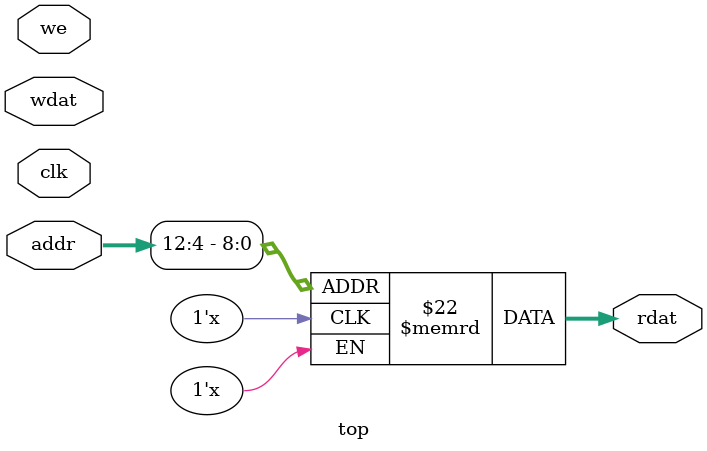
<source format=sv>

/* verilator lint_off PINMISSING */
module top 
#(
   parameter LUTRAM16X10 = 314
)
(
   input   logic clk,

   input logic [$clog2(LUTRAM16X10 * 16)-1 : 0] addr,
   input logic we,
   input logic [9:0] wdat,
   output logic [9:0] rdat
);
localparam ADDR_BITS = $clog2(LUTRAM16X10 * 16)-1;

logic [9:0] read_all [LUTRAM16X10];


logic [LUTRAM16X10-1:0] we_dec;

always_comb begin : _decode
   we_dec = '0;  // Initialize to 0
   if(LUTRAM16X10 > 1) begin
      we_dec [addr[ADDR_BITS:4]] = 1'b1 & we;
      rdat = read_all [addr[ADDR_BITS:4]];   
   end
   else begin // corner cases
      we_dec = we;
      rdat = read_all[0];
   end
   
end
genvar i;
generate
   for(i = 0; i < LUTRAM16X10; i++) begin
      lutram_16x10 u_lut(
         .clk(clk),
         .addr(addr[3:0]),
         .rdat(read_all[i]), //maybe ill need a better description of a read mux
         .wdat(wdat),
         .we(we_dec[i])
      );
   end 
endgenerate

endmodule: top

/*
------------------------------------------------------------------------------
Version History:
------------------------------------------------------------------------------
 2024/8/20 Tarik Ibrahimovic: Initial Creation
*/

</source>
